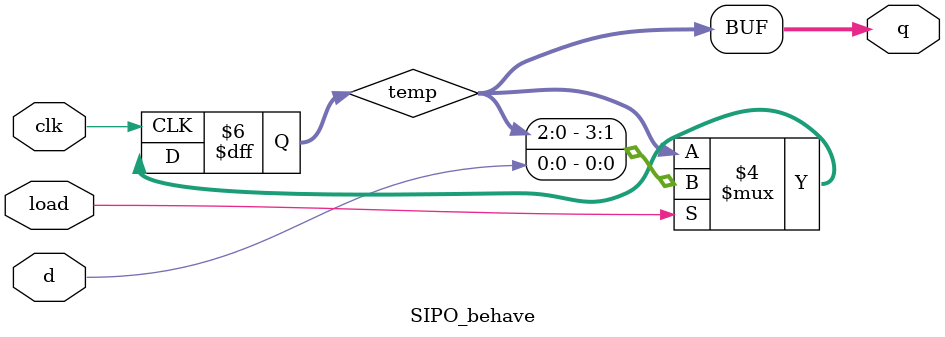
<source format=v>
`timescale 1ns / 1ps

// Dependencies: 
// 
// Revision:
// Revision 0.01 - File Created
// Additional Comments:
// 
//////////////////////////////////////////////////////////////////////////////////


module SIPO_behave(
    input d,
    input load,
    input clk,
    output [3:0] q
    );
    reg [3:0] temp;
    always@(posedge clk)
    begin
        if (load == 0)
            temp=temp;
        else
            temp={temp[2:0],d};    
    end
    assign q=temp;
endmodule

</source>
